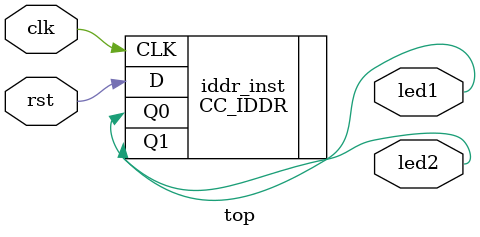
<source format=v>
module top(input wire clk, input wire rst, output wire led1, output wire led2);
  CC_IDDR #(
    .CLK_INV(1'b0)
  ) iddr_inst (
    .D(rst),
    .CLK(clk),
    .Q0(led1),
    .Q1(led2)
  );
endmodule

</source>
